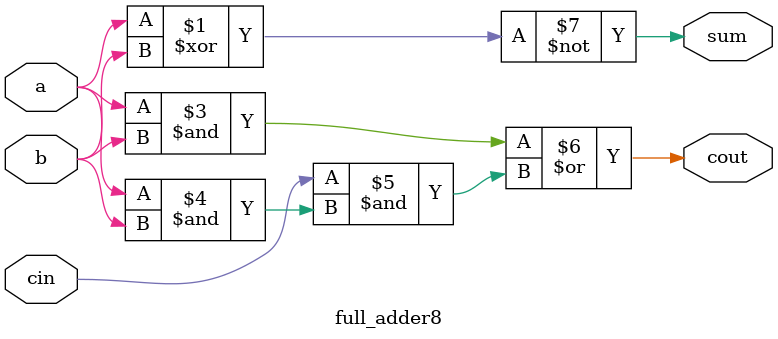
<source format=v>
module full_adder8(a,b,cin,sum,cout);
input a,b,cin;
output sum,cout;
assign sum = a^b^1'b1;
assign cout = a&b|cin&(a&b); 
// initial begin
//     $display("The incorrect adder with xor1 having in2/1");
// end   
endmodule
</source>
